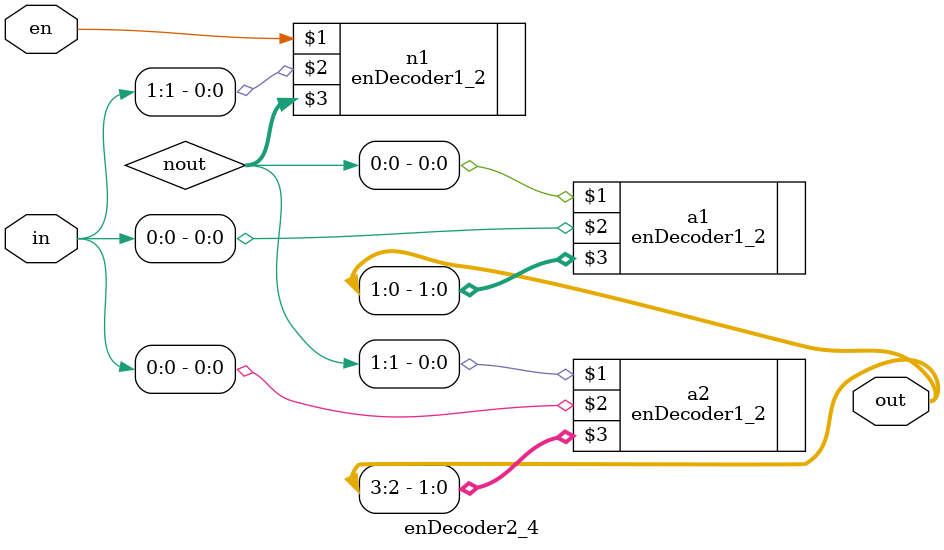
<source format=sv>
`timescale 1 ps / 100 fs

module enDecoder2_4(en, in, out);
	input logic [1:0]in;
	input logic en;
	output logic [3:0]out;
	
	logic [1:0]nout;
	enDecoder1_2 n1(en,in[1],nout);
	
	enDecoder1_2 a1(nout[0],in[0],out[1:0]);
	enDecoder1_2 a2(nout[1],in[0],out[3:2]);
endmodule


</source>
